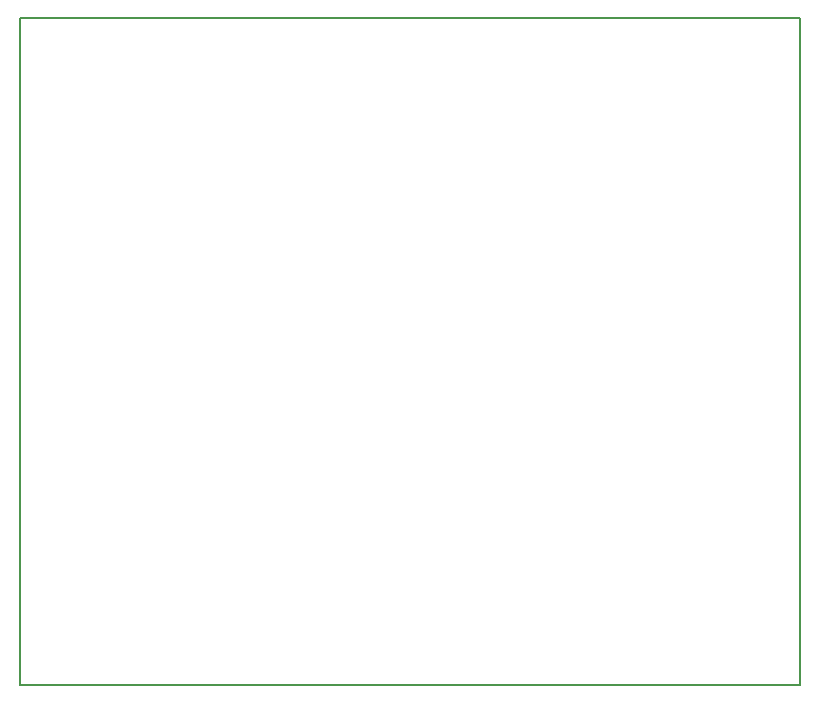
<source format=gbr>
G04 #@! TF.FileFunction,Profile,NP*
%FSLAX46Y46*%
G04 Gerber Fmt 4.6, Leading zero omitted, Abs format (unit mm)*
G04 Created by KiCad (PCBNEW 4.0.4+e1-6308~48~ubuntu16.04.1-stable) date Fri Sep  9 22:58:31 2016*
%MOMM*%
%LPD*%
G01*
G04 APERTURE LIST*
%ADD10C,0.100000*%
%ADD11C,0.150000*%
G04 APERTURE END LIST*
D10*
D11*
X38100000Y-97155000D02*
X38100000Y-40640000D01*
X104140000Y-97155000D02*
X38100000Y-97155000D01*
X104140000Y-40640000D02*
X104140000Y-97155000D01*
X38100000Y-40640000D02*
X104140000Y-40640000D01*
M02*

</source>
